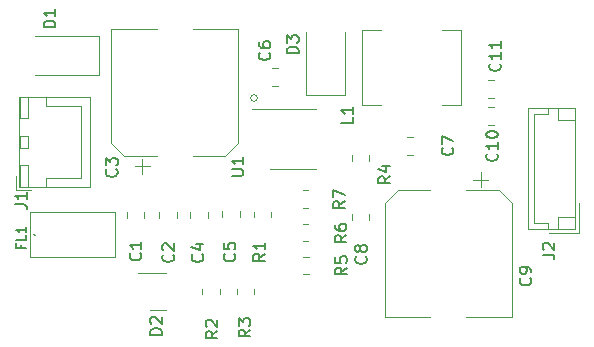
<source format=gbr>
%TF.GenerationSoftware,KiCad,Pcbnew,(6.0.2)*%
%TF.CreationDate,2022-10-19T14:59:14+05:30*%
%TF.ProjectId,psu,7073752e-6b69-4636-9164-5f7063625858,rev?*%
%TF.SameCoordinates,Original*%
%TF.FileFunction,Legend,Top*%
%TF.FilePolarity,Positive*%
%FSLAX46Y46*%
G04 Gerber Fmt 4.6, Leading zero omitted, Abs format (unit mm)*
G04 Created by KiCad (PCBNEW (6.0.2)) date 2022-10-19 14:59:14*
%MOMM*%
%LPD*%
G01*
G04 APERTURE LIST*
%ADD10C,0.120000*%
%ADD11C,0.150000*%
%ADD12C,0.100000*%
G04 APERTURE END LIST*
D10*
X143285981Y-78740000D02*
G75*
G03*
X143285981Y-78740000I-283981J0D01*
G01*
D11*
%TO.C,D1*%
X126182380Y-72747095D02*
X125182380Y-72747095D01*
X125182380Y-72509000D01*
X125230000Y-72366142D01*
X125325238Y-72270904D01*
X125420476Y-72223285D01*
X125610952Y-72175666D01*
X125753809Y-72175666D01*
X125944285Y-72223285D01*
X126039523Y-72270904D01*
X126134761Y-72366142D01*
X126182380Y-72509000D01*
X126182380Y-72747095D01*
X126182380Y-71223285D02*
X126182380Y-71794714D01*
X126182380Y-71509000D02*
X125182380Y-71509000D01*
X125325238Y-71604238D01*
X125420476Y-71699476D01*
X125468095Y-71794714D01*
%TO.C,R1*%
X143942380Y-91916666D02*
X143466190Y-92250000D01*
X143942380Y-92488095D02*
X142942380Y-92488095D01*
X142942380Y-92107142D01*
X142990000Y-92011904D01*
X143037619Y-91964285D01*
X143132857Y-91916666D01*
X143275714Y-91916666D01*
X143370952Y-91964285D01*
X143418571Y-92011904D01*
X143466190Y-92107142D01*
X143466190Y-92488095D01*
X143942380Y-90964285D02*
X143942380Y-91535714D01*
X143942380Y-91250000D02*
X142942380Y-91250000D01*
X143085238Y-91345238D01*
X143180476Y-91440476D01*
X143228095Y-91535714D01*
%TO.C,C1*%
X133367142Y-91856666D02*
X133414761Y-91904285D01*
X133462380Y-92047142D01*
X133462380Y-92142380D01*
X133414761Y-92285238D01*
X133319523Y-92380476D01*
X133224285Y-92428095D01*
X133033809Y-92475714D01*
X132890952Y-92475714D01*
X132700476Y-92428095D01*
X132605238Y-92380476D01*
X132510000Y-92285238D01*
X132462380Y-92142380D01*
X132462380Y-92047142D01*
X132510000Y-91904285D01*
X132557619Y-91856666D01*
X133462380Y-90904285D02*
X133462380Y-91475714D01*
X133462380Y-91190000D02*
X132462380Y-91190000D01*
X132605238Y-91285238D01*
X132700476Y-91380476D01*
X132748095Y-91475714D01*
%TO.C,U1*%
X141102380Y-85331904D02*
X141911904Y-85331904D01*
X142007142Y-85284285D01*
X142054761Y-85236666D01*
X142102380Y-85141428D01*
X142102380Y-84950952D01*
X142054761Y-84855714D01*
X142007142Y-84808095D01*
X141911904Y-84760476D01*
X141102380Y-84760476D01*
X142102380Y-83760476D02*
X142102380Y-84331904D01*
X142102380Y-84046190D02*
X141102380Y-84046190D01*
X141245238Y-84141428D01*
X141340476Y-84236666D01*
X141388095Y-84331904D01*
%TO.C,D3*%
X146772380Y-74958095D02*
X145772380Y-74958095D01*
X145772380Y-74720000D01*
X145820000Y-74577142D01*
X145915238Y-74481904D01*
X146010476Y-74434285D01*
X146200952Y-74386666D01*
X146343809Y-74386666D01*
X146534285Y-74434285D01*
X146629523Y-74481904D01*
X146724761Y-74577142D01*
X146772380Y-74720000D01*
X146772380Y-74958095D01*
X145772380Y-74053333D02*
X145772380Y-73434285D01*
X146153333Y-73767619D01*
X146153333Y-73624761D01*
X146200952Y-73529523D01*
X146248571Y-73481904D01*
X146343809Y-73434285D01*
X146581904Y-73434285D01*
X146677142Y-73481904D01*
X146724761Y-73529523D01*
X146772380Y-73624761D01*
X146772380Y-73910476D01*
X146724761Y-74005714D01*
X146677142Y-74053333D01*
%TO.C,C7*%
X159797142Y-82936666D02*
X159844761Y-82984285D01*
X159892380Y-83127142D01*
X159892380Y-83222380D01*
X159844761Y-83365238D01*
X159749523Y-83460476D01*
X159654285Y-83508095D01*
X159463809Y-83555714D01*
X159320952Y-83555714D01*
X159130476Y-83508095D01*
X159035238Y-83460476D01*
X158940000Y-83365238D01*
X158892380Y-83222380D01*
X158892380Y-83127142D01*
X158940000Y-82984285D01*
X158987619Y-82936666D01*
X158892380Y-82603333D02*
X158892380Y-81936666D01*
X159892380Y-82365238D01*
%TO.C,C8*%
X152457142Y-92146666D02*
X152504761Y-92194285D01*
X152552380Y-92337142D01*
X152552380Y-92432380D01*
X152504761Y-92575238D01*
X152409523Y-92670476D01*
X152314285Y-92718095D01*
X152123809Y-92765714D01*
X151980952Y-92765714D01*
X151790476Y-92718095D01*
X151695238Y-92670476D01*
X151600000Y-92575238D01*
X151552380Y-92432380D01*
X151552380Y-92337142D01*
X151600000Y-92194285D01*
X151647619Y-92146666D01*
X151980952Y-91575238D02*
X151933333Y-91670476D01*
X151885714Y-91718095D01*
X151790476Y-91765714D01*
X151742857Y-91765714D01*
X151647619Y-91718095D01*
X151600000Y-91670476D01*
X151552380Y-91575238D01*
X151552380Y-91384761D01*
X151600000Y-91289523D01*
X151647619Y-91241904D01*
X151742857Y-91194285D01*
X151790476Y-91194285D01*
X151885714Y-91241904D01*
X151933333Y-91289523D01*
X151980952Y-91384761D01*
X151980952Y-91575238D01*
X152028571Y-91670476D01*
X152076190Y-91718095D01*
X152171428Y-91765714D01*
X152361904Y-91765714D01*
X152457142Y-91718095D01*
X152504761Y-91670476D01*
X152552380Y-91575238D01*
X152552380Y-91384761D01*
X152504761Y-91289523D01*
X152457142Y-91241904D01*
X152361904Y-91194285D01*
X152171428Y-91194285D01*
X152076190Y-91241904D01*
X152028571Y-91289523D01*
X151980952Y-91384761D01*
%TO.C,C11*%
X163806142Y-75826857D02*
X163853761Y-75874476D01*
X163901380Y-76017333D01*
X163901380Y-76112571D01*
X163853761Y-76255428D01*
X163758523Y-76350666D01*
X163663285Y-76398285D01*
X163472809Y-76445904D01*
X163329952Y-76445904D01*
X163139476Y-76398285D01*
X163044238Y-76350666D01*
X162949000Y-76255428D01*
X162901380Y-76112571D01*
X162901380Y-76017333D01*
X162949000Y-75874476D01*
X162996619Y-75826857D01*
X163901380Y-74874476D02*
X163901380Y-75445904D01*
X163901380Y-75160190D02*
X162901380Y-75160190D01*
X163044238Y-75255428D01*
X163139476Y-75350666D01*
X163187095Y-75445904D01*
X163901380Y-73922095D02*
X163901380Y-74493523D01*
X163901380Y-74207809D02*
X162901380Y-74207809D01*
X163044238Y-74303047D01*
X163139476Y-74398285D01*
X163187095Y-74493523D01*
%TO.C,C4*%
X138627142Y-91976666D02*
X138674761Y-92024285D01*
X138722380Y-92167142D01*
X138722380Y-92262380D01*
X138674761Y-92405238D01*
X138579523Y-92500476D01*
X138484285Y-92548095D01*
X138293809Y-92595714D01*
X138150952Y-92595714D01*
X137960476Y-92548095D01*
X137865238Y-92500476D01*
X137770000Y-92405238D01*
X137722380Y-92262380D01*
X137722380Y-92167142D01*
X137770000Y-92024285D01*
X137817619Y-91976666D01*
X138055714Y-91119523D02*
X138722380Y-91119523D01*
X137674761Y-91357619D02*
X138389047Y-91595714D01*
X138389047Y-90976666D01*
%TO.C,C3*%
X131357142Y-84766666D02*
X131404761Y-84814285D01*
X131452380Y-84957142D01*
X131452380Y-85052380D01*
X131404761Y-85195238D01*
X131309523Y-85290476D01*
X131214285Y-85338095D01*
X131023809Y-85385714D01*
X130880952Y-85385714D01*
X130690476Y-85338095D01*
X130595238Y-85290476D01*
X130500000Y-85195238D01*
X130452380Y-85052380D01*
X130452380Y-84957142D01*
X130500000Y-84814285D01*
X130547619Y-84766666D01*
X130452380Y-84433333D02*
X130452380Y-83814285D01*
X130833333Y-84147619D01*
X130833333Y-84004761D01*
X130880952Y-83909523D01*
X130928571Y-83861904D01*
X131023809Y-83814285D01*
X131261904Y-83814285D01*
X131357142Y-83861904D01*
X131404761Y-83909523D01*
X131452380Y-84004761D01*
X131452380Y-84290476D01*
X131404761Y-84385714D01*
X131357142Y-84433333D01*
%TO.C,J2*%
X167442380Y-91993333D02*
X168156666Y-91993333D01*
X168299523Y-92040952D01*
X168394761Y-92136190D01*
X168442380Y-92279047D01*
X168442380Y-92374285D01*
X167537619Y-91564761D02*
X167490000Y-91517142D01*
X167442380Y-91421904D01*
X167442380Y-91183809D01*
X167490000Y-91088571D01*
X167537619Y-91040952D01*
X167632857Y-90993333D01*
X167728095Y-90993333D01*
X167870952Y-91040952D01*
X168442380Y-91612380D01*
X168442380Y-90993333D01*
%TO.C,FL1*%
X123259857Y-91141476D02*
X123259857Y-91408142D01*
X123678904Y-91408142D02*
X122878904Y-91408142D01*
X122878904Y-91027190D01*
X123678904Y-90341476D02*
X123678904Y-90722428D01*
X122878904Y-90722428D01*
X123678904Y-89655761D02*
X123678904Y-90112904D01*
X123678904Y-89884333D02*
X122878904Y-89884333D01*
X122993190Y-89960523D01*
X123069380Y-90036714D01*
X123107476Y-90112904D01*
%TO.C,C6*%
X144297142Y-74886666D02*
X144344761Y-74934285D01*
X144392380Y-75077142D01*
X144392380Y-75172380D01*
X144344761Y-75315238D01*
X144249523Y-75410476D01*
X144154285Y-75458095D01*
X143963809Y-75505714D01*
X143820952Y-75505714D01*
X143630476Y-75458095D01*
X143535238Y-75410476D01*
X143440000Y-75315238D01*
X143392380Y-75172380D01*
X143392380Y-75077142D01*
X143440000Y-74934285D01*
X143487619Y-74886666D01*
X143392380Y-74029523D02*
X143392380Y-74220000D01*
X143440000Y-74315238D01*
X143487619Y-74362857D01*
X143630476Y-74458095D01*
X143820952Y-74505714D01*
X144201904Y-74505714D01*
X144297142Y-74458095D01*
X144344761Y-74410476D01*
X144392380Y-74315238D01*
X144392380Y-74124761D01*
X144344761Y-74029523D01*
X144297142Y-73981904D01*
X144201904Y-73934285D01*
X143963809Y-73934285D01*
X143868571Y-73981904D01*
X143820952Y-74029523D01*
X143773333Y-74124761D01*
X143773333Y-74315238D01*
X143820952Y-74410476D01*
X143868571Y-74458095D01*
X143963809Y-74505714D01*
%TO.C,C10*%
X163552142Y-83446857D02*
X163599761Y-83494476D01*
X163647380Y-83637333D01*
X163647380Y-83732571D01*
X163599761Y-83875428D01*
X163504523Y-83970666D01*
X163409285Y-84018285D01*
X163218809Y-84065904D01*
X163075952Y-84065904D01*
X162885476Y-84018285D01*
X162790238Y-83970666D01*
X162695000Y-83875428D01*
X162647380Y-83732571D01*
X162647380Y-83637333D01*
X162695000Y-83494476D01*
X162742619Y-83446857D01*
X163647380Y-82494476D02*
X163647380Y-83065904D01*
X163647380Y-82780190D02*
X162647380Y-82780190D01*
X162790238Y-82875428D01*
X162885476Y-82970666D01*
X162933095Y-83065904D01*
X162647380Y-81875428D02*
X162647380Y-81780190D01*
X162695000Y-81684952D01*
X162742619Y-81637333D01*
X162837857Y-81589714D01*
X163028333Y-81542095D01*
X163266428Y-81542095D01*
X163456904Y-81589714D01*
X163552142Y-81637333D01*
X163599761Y-81684952D01*
X163647380Y-81780190D01*
X163647380Y-81875428D01*
X163599761Y-81970666D01*
X163552142Y-82018285D01*
X163456904Y-82065904D01*
X163266428Y-82113523D01*
X163028333Y-82113523D01*
X162837857Y-82065904D01*
X162742619Y-82018285D01*
X162695000Y-81970666D01*
X162647380Y-81875428D01*
%TO.C,L1*%
X151402380Y-80356666D02*
X151402380Y-80832857D01*
X150402380Y-80832857D01*
X151402380Y-79499523D02*
X151402380Y-80070952D01*
X151402380Y-79785238D02*
X150402380Y-79785238D01*
X150545238Y-79880476D01*
X150640476Y-79975714D01*
X150688095Y-80070952D01*
%TO.C,R7*%
X150692380Y-87476666D02*
X150216190Y-87810000D01*
X150692380Y-88048095D02*
X149692380Y-88048095D01*
X149692380Y-87667142D01*
X149740000Y-87571904D01*
X149787619Y-87524285D01*
X149882857Y-87476666D01*
X150025714Y-87476666D01*
X150120952Y-87524285D01*
X150168571Y-87571904D01*
X150216190Y-87667142D01*
X150216190Y-88048095D01*
X149692380Y-87143333D02*
X149692380Y-86476666D01*
X150692380Y-86905238D01*
%TO.C,C5*%
X141327142Y-91926666D02*
X141374761Y-91974285D01*
X141422380Y-92117142D01*
X141422380Y-92212380D01*
X141374761Y-92355238D01*
X141279523Y-92450476D01*
X141184285Y-92498095D01*
X140993809Y-92545714D01*
X140850952Y-92545714D01*
X140660476Y-92498095D01*
X140565238Y-92450476D01*
X140470000Y-92355238D01*
X140422380Y-92212380D01*
X140422380Y-92117142D01*
X140470000Y-91974285D01*
X140517619Y-91926666D01*
X140422380Y-91021904D02*
X140422380Y-91498095D01*
X140898571Y-91545714D01*
X140850952Y-91498095D01*
X140803333Y-91402857D01*
X140803333Y-91164761D01*
X140850952Y-91069523D01*
X140898571Y-91021904D01*
X140993809Y-90974285D01*
X141231904Y-90974285D01*
X141327142Y-91021904D01*
X141374761Y-91069523D01*
X141422380Y-91164761D01*
X141422380Y-91402857D01*
X141374761Y-91498095D01*
X141327142Y-91545714D01*
%TO.C,R3*%
X142692380Y-98337666D02*
X142216190Y-98671000D01*
X142692380Y-98909095D02*
X141692380Y-98909095D01*
X141692380Y-98528142D01*
X141740000Y-98432904D01*
X141787619Y-98385285D01*
X141882857Y-98337666D01*
X142025714Y-98337666D01*
X142120952Y-98385285D01*
X142168571Y-98432904D01*
X142216190Y-98528142D01*
X142216190Y-98909095D01*
X141692380Y-98004333D02*
X141692380Y-97385285D01*
X142073333Y-97718619D01*
X142073333Y-97575761D01*
X142120952Y-97480523D01*
X142168571Y-97432904D01*
X142263809Y-97385285D01*
X142501904Y-97385285D01*
X142597142Y-97432904D01*
X142644761Y-97480523D01*
X142692380Y-97575761D01*
X142692380Y-97861476D01*
X142644761Y-97956714D01*
X142597142Y-98004333D01*
%TO.C,D2*%
X135199380Y-98782095D02*
X134199380Y-98782095D01*
X134199380Y-98544000D01*
X134247000Y-98401142D01*
X134342238Y-98305904D01*
X134437476Y-98258285D01*
X134627952Y-98210666D01*
X134770809Y-98210666D01*
X134961285Y-98258285D01*
X135056523Y-98305904D01*
X135151761Y-98401142D01*
X135199380Y-98544000D01*
X135199380Y-98782095D01*
X134294619Y-97829714D02*
X134247000Y-97782095D01*
X134199380Y-97686857D01*
X134199380Y-97448761D01*
X134247000Y-97353523D01*
X134294619Y-97305904D01*
X134389857Y-97258285D01*
X134485095Y-97258285D01*
X134627952Y-97305904D01*
X135199380Y-97877333D01*
X135199380Y-97258285D01*
%TO.C,R2*%
X139898380Y-98464666D02*
X139422190Y-98798000D01*
X139898380Y-99036095D02*
X138898380Y-99036095D01*
X138898380Y-98655142D01*
X138946000Y-98559904D01*
X138993619Y-98512285D01*
X139088857Y-98464666D01*
X139231714Y-98464666D01*
X139326952Y-98512285D01*
X139374571Y-98559904D01*
X139422190Y-98655142D01*
X139422190Y-99036095D01*
X138993619Y-98083714D02*
X138946000Y-98036095D01*
X138898380Y-97940857D01*
X138898380Y-97702761D01*
X138946000Y-97607523D01*
X138993619Y-97559904D01*
X139088857Y-97512285D01*
X139184095Y-97512285D01*
X139326952Y-97559904D01*
X139898380Y-98131333D01*
X139898380Y-97512285D01*
%TO.C,C2*%
X136147142Y-91996666D02*
X136194761Y-92044285D01*
X136242380Y-92187142D01*
X136242380Y-92282380D01*
X136194761Y-92425238D01*
X136099523Y-92520476D01*
X136004285Y-92568095D01*
X135813809Y-92615714D01*
X135670952Y-92615714D01*
X135480476Y-92568095D01*
X135385238Y-92520476D01*
X135290000Y-92425238D01*
X135242380Y-92282380D01*
X135242380Y-92187142D01*
X135290000Y-92044285D01*
X135337619Y-91996666D01*
X135337619Y-91615714D02*
X135290000Y-91568095D01*
X135242380Y-91472857D01*
X135242380Y-91234761D01*
X135290000Y-91139523D01*
X135337619Y-91091904D01*
X135432857Y-91044285D01*
X135528095Y-91044285D01*
X135670952Y-91091904D01*
X136242380Y-91663333D01*
X136242380Y-91044285D01*
%TO.C,R6*%
X150822380Y-90336666D02*
X150346190Y-90670000D01*
X150822380Y-90908095D02*
X149822380Y-90908095D01*
X149822380Y-90527142D01*
X149870000Y-90431904D01*
X149917619Y-90384285D01*
X150012857Y-90336666D01*
X150155714Y-90336666D01*
X150250952Y-90384285D01*
X150298571Y-90431904D01*
X150346190Y-90527142D01*
X150346190Y-90908095D01*
X149822380Y-89479523D02*
X149822380Y-89670000D01*
X149870000Y-89765238D01*
X149917619Y-89812857D01*
X150060476Y-89908095D01*
X150250952Y-89955714D01*
X150631904Y-89955714D01*
X150727142Y-89908095D01*
X150774761Y-89860476D01*
X150822380Y-89765238D01*
X150822380Y-89574761D01*
X150774761Y-89479523D01*
X150727142Y-89431904D01*
X150631904Y-89384285D01*
X150393809Y-89384285D01*
X150298571Y-89431904D01*
X150250952Y-89479523D01*
X150203333Y-89574761D01*
X150203333Y-89765238D01*
X150250952Y-89860476D01*
X150298571Y-89908095D01*
X150393809Y-89955714D01*
%TO.C,R5*%
X150872380Y-93086666D02*
X150396190Y-93420000D01*
X150872380Y-93658095D02*
X149872380Y-93658095D01*
X149872380Y-93277142D01*
X149920000Y-93181904D01*
X149967619Y-93134285D01*
X150062857Y-93086666D01*
X150205714Y-93086666D01*
X150300952Y-93134285D01*
X150348571Y-93181904D01*
X150396190Y-93277142D01*
X150396190Y-93658095D01*
X149872380Y-92181904D02*
X149872380Y-92658095D01*
X150348571Y-92705714D01*
X150300952Y-92658095D01*
X150253333Y-92562857D01*
X150253333Y-92324761D01*
X150300952Y-92229523D01*
X150348571Y-92181904D01*
X150443809Y-92134285D01*
X150681904Y-92134285D01*
X150777142Y-92181904D01*
X150824761Y-92229523D01*
X150872380Y-92324761D01*
X150872380Y-92562857D01*
X150824761Y-92658095D01*
X150777142Y-92705714D01*
%TO.C,J1*%
X122769380Y-87709333D02*
X123483666Y-87709333D01*
X123626523Y-87756952D01*
X123721761Y-87852190D01*
X123769380Y-87995047D01*
X123769380Y-88090285D01*
X123769380Y-86709333D02*
X123769380Y-87280761D01*
X123769380Y-86995047D02*
X122769380Y-86995047D01*
X122912238Y-87090285D01*
X123007476Y-87185523D01*
X123055095Y-87280761D01*
%TO.C,R4*%
X154542380Y-85366666D02*
X154066190Y-85700000D01*
X154542380Y-85938095D02*
X153542380Y-85938095D01*
X153542380Y-85557142D01*
X153590000Y-85461904D01*
X153637619Y-85414285D01*
X153732857Y-85366666D01*
X153875714Y-85366666D01*
X153970952Y-85414285D01*
X154018571Y-85461904D01*
X154066190Y-85557142D01*
X154066190Y-85938095D01*
X153875714Y-84509523D02*
X154542380Y-84509523D01*
X153494761Y-84747619D02*
X154209047Y-84985714D01*
X154209047Y-84366666D01*
%TO.C,C9*%
X166387142Y-93976666D02*
X166434761Y-94024285D01*
X166482380Y-94167142D01*
X166482380Y-94262380D01*
X166434761Y-94405238D01*
X166339523Y-94500476D01*
X166244285Y-94548095D01*
X166053809Y-94595714D01*
X165910952Y-94595714D01*
X165720476Y-94548095D01*
X165625238Y-94500476D01*
X165530000Y-94405238D01*
X165482380Y-94262380D01*
X165482380Y-94167142D01*
X165530000Y-94024285D01*
X165577619Y-93976666D01*
X166482380Y-93500476D02*
X166482380Y-93310000D01*
X166434761Y-93214761D01*
X166387142Y-93167142D01*
X166244285Y-93071904D01*
X166053809Y-93024285D01*
X165672857Y-93024285D01*
X165577619Y-93071904D01*
X165530000Y-93119523D01*
X165482380Y-93214761D01*
X165482380Y-93405238D01*
X165530000Y-93500476D01*
X165577619Y-93548095D01*
X165672857Y-93595714D01*
X165910952Y-93595714D01*
X166006190Y-93548095D01*
X166053809Y-93500476D01*
X166101428Y-93405238D01*
X166101428Y-93214761D01*
X166053809Y-93119523D01*
X166006190Y-93071904D01*
X165910952Y-93024285D01*
D10*
%TO.C,D1*%
X129860000Y-73490000D02*
X124460000Y-73490000D01*
X129860000Y-76790000D02*
X129860000Y-73490000D01*
X129860000Y-76790000D02*
X124460000Y-76790000D01*
%TO.C,R1*%
X142965000Y-88382936D02*
X142965000Y-88837064D01*
X144435000Y-88382936D02*
X144435000Y-88837064D01*
%TO.C,C1*%
X132235000Y-88378748D02*
X132235000Y-88901252D01*
X133705000Y-88378748D02*
X133705000Y-88901252D01*
%TO.C,U1*%
X146310000Y-84740000D02*
X148260000Y-84740000D01*
X146310000Y-84740000D02*
X144360000Y-84740000D01*
X146310000Y-79620000D02*
X142860000Y-79620000D01*
X146310000Y-79620000D02*
X148260000Y-79620000D01*
%TO.C,D3*%
X150710000Y-78510000D02*
X150710000Y-73110000D01*
X147410000Y-78510000D02*
X147410000Y-73110000D01*
X147410000Y-78510000D02*
X150710000Y-78510000D01*
%TO.C,C7*%
X156501252Y-82065000D02*
X155978748Y-82065000D01*
X156501252Y-83535000D02*
X155978748Y-83535000D01*
%TO.C,C8*%
X152745000Y-89031252D02*
X152745000Y-88508748D01*
X151275000Y-89031252D02*
X151275000Y-88508748D01*
%TO.C,C11*%
X162806748Y-77243000D02*
X163329252Y-77243000D01*
X162806748Y-78713000D02*
X163329252Y-78713000D01*
%TO.C,C4*%
X137625000Y-88358748D02*
X137625000Y-88881252D01*
X139095000Y-88358748D02*
X139095000Y-88881252D01*
%TO.C,C3*%
X130930000Y-82575563D02*
X130930000Y-72920000D01*
X140585563Y-83640000D02*
X141650000Y-82575563D01*
X132905000Y-84505000D02*
X134155000Y-84505000D01*
X131994437Y-83640000D02*
X130930000Y-82575563D01*
X130930000Y-72920000D02*
X134780000Y-72920000D01*
X141650000Y-72920000D02*
X137800000Y-72920000D01*
X131994437Y-83640000D02*
X134780000Y-83640000D01*
X133530000Y-85130000D02*
X133530000Y-83880000D01*
X140585563Y-83640000D02*
X137800000Y-83640000D01*
X141650000Y-82575563D02*
X141650000Y-72920000D01*
%TO.C,J2*%
X167910000Y-80100000D02*
X167910000Y-79600000D01*
X167910000Y-89320000D02*
X166700000Y-89320000D01*
X168720000Y-79600000D02*
X168720000Y-80600000D01*
X167910000Y-89820000D02*
X167910000Y-89320000D01*
X168720000Y-88820000D02*
X170220000Y-88820000D01*
X168720000Y-80600000D02*
X170220000Y-80600000D01*
X166700000Y-80100000D02*
X167910000Y-80100000D01*
X168020000Y-90120000D02*
X170520000Y-90120000D01*
X166700000Y-89320000D02*
X166700000Y-80100000D01*
X170220000Y-79600000D02*
X166200000Y-79600000D01*
X166200000Y-79600000D02*
X166200000Y-89820000D01*
X166200000Y-89820000D02*
X170220000Y-89820000D01*
X170220000Y-89820000D02*
X170220000Y-79600000D01*
X168720000Y-89820000D02*
X168720000Y-88820000D01*
X170520000Y-90120000D02*
X170520000Y-87620000D01*
D12*
%TO.C,FL1*%
X124035000Y-92197000D02*
X124035000Y-88397000D01*
X124035000Y-88397000D02*
X131235000Y-88397000D01*
X124435000Y-90297000D02*
X124435000Y-90297000D01*
X131235000Y-88397000D02*
X131235000Y-92197000D01*
X131235000Y-92197000D02*
X124035000Y-92197000D01*
X124335000Y-90297000D02*
X124335000Y-90297000D01*
X124335000Y-90297000D02*
G75*
G03*
X124435000Y-90297000I50000J0D01*
G01*
X124435000Y-90297000D02*
G75*
G03*
X124335000Y-90297000I-50000J0D01*
G01*
D10*
%TO.C,C6*%
X145041252Y-76205000D02*
X144518748Y-76205000D01*
X145041252Y-77675000D02*
X144518748Y-77675000D01*
%TO.C,C10*%
X162806748Y-79529000D02*
X163329252Y-79529000D01*
X162806748Y-80999000D02*
X163329252Y-80999000D01*
%TO.C,L1*%
X158940000Y-79360000D02*
X160540000Y-79360000D01*
X152140000Y-72960000D02*
X152140000Y-79360000D01*
X152140000Y-79360000D02*
X153740000Y-79360000D01*
X153740000Y-72960000D02*
X152140000Y-72960000D01*
X160540000Y-72960000D02*
X158940000Y-72960000D01*
X160540000Y-79360000D02*
X160540000Y-72960000D01*
%TO.C,R7*%
X147567064Y-86545000D02*
X147112936Y-86545000D01*
X147567064Y-88015000D02*
X147112936Y-88015000D01*
%TO.C,C5*%
X141785000Y-88318748D02*
X141785000Y-88841252D01*
X140315000Y-88318748D02*
X140315000Y-88841252D01*
%TO.C,R3*%
X143005000Y-94862936D02*
X143005000Y-95317064D01*
X141535000Y-94862936D02*
X141535000Y-95317064D01*
%TO.C,D2*%
X134860000Y-96640000D02*
X135510000Y-96640000D01*
X134860000Y-93520000D02*
X135510000Y-93520000D01*
X134860000Y-96640000D02*
X134210000Y-96640000D01*
X134860000Y-93520000D02*
X133185000Y-93520000D01*
%TO.C,R2*%
X140105000Y-95357064D02*
X140105000Y-94902936D01*
X138635000Y-95357064D02*
X138635000Y-94902936D01*
%TO.C,C2*%
X136455000Y-88398748D02*
X136455000Y-88921252D01*
X134985000Y-88398748D02*
X134985000Y-88921252D01*
%TO.C,R6*%
X147132936Y-90825000D02*
X147587064Y-90825000D01*
X147132936Y-89355000D02*
X147587064Y-89355000D01*
%TO.C,R5*%
X147617064Y-92165000D02*
X147162936Y-92165000D01*
X147617064Y-93635000D02*
X147162936Y-93635000D01*
%TO.C,J1*%
X129113000Y-86253000D02*
X129113000Y-78633000D01*
X123143000Y-86253000D02*
X129113000Y-86253000D01*
X123143000Y-78633000D02*
X123143000Y-86253000D01*
X123903000Y-80443000D02*
X123903000Y-78643000D01*
X123903000Y-86243000D02*
X123903000Y-84443000D01*
X129113000Y-78633000D02*
X123143000Y-78633000D01*
X123153000Y-80443000D02*
X123903000Y-80443000D01*
X123903000Y-82943000D02*
X123903000Y-81943000D01*
X125403000Y-86243000D02*
X125403000Y-85493000D01*
X128353000Y-79393000D02*
X128353000Y-82443000D01*
X123153000Y-86243000D02*
X123903000Y-86243000D01*
X125403000Y-85493000D02*
X128353000Y-85493000D01*
X123153000Y-84443000D02*
X123153000Y-86243000D01*
X123903000Y-81943000D02*
X123153000Y-81943000D01*
X123153000Y-78643000D02*
X123153000Y-80443000D01*
X128353000Y-85493000D02*
X128353000Y-82443000D01*
X123153000Y-82943000D02*
X123903000Y-82943000D01*
X123903000Y-78643000D02*
X123153000Y-78643000D01*
X123153000Y-81943000D02*
X123153000Y-82943000D01*
X125403000Y-78643000D02*
X125403000Y-79393000D01*
X125403000Y-79393000D02*
X128353000Y-79393000D01*
X122853000Y-86543000D02*
X124103000Y-86543000D01*
X123903000Y-84443000D02*
X123153000Y-84443000D01*
X122853000Y-85293000D02*
X122853000Y-86543000D01*
%TO.C,R4*%
X152745000Y-83592936D02*
X152745000Y-84047064D01*
X151275000Y-83592936D02*
X151275000Y-84047064D01*
%TO.C,C9*%
X163745563Y-86517500D02*
X160960000Y-86517500D01*
X162835000Y-85652500D02*
X161585000Y-85652500D01*
X163745563Y-86517500D02*
X164810000Y-87581937D01*
X162210000Y-85027500D02*
X162210000Y-86277500D01*
X154090000Y-87581937D02*
X154090000Y-97237500D01*
X155154437Y-86517500D02*
X154090000Y-87581937D01*
X154090000Y-97237500D02*
X157940000Y-97237500D01*
X164810000Y-97237500D02*
X160960000Y-97237500D01*
X164810000Y-87581937D02*
X164810000Y-97237500D01*
X155154437Y-86517500D02*
X157940000Y-86517500D01*
%TD*%
M02*

</source>
